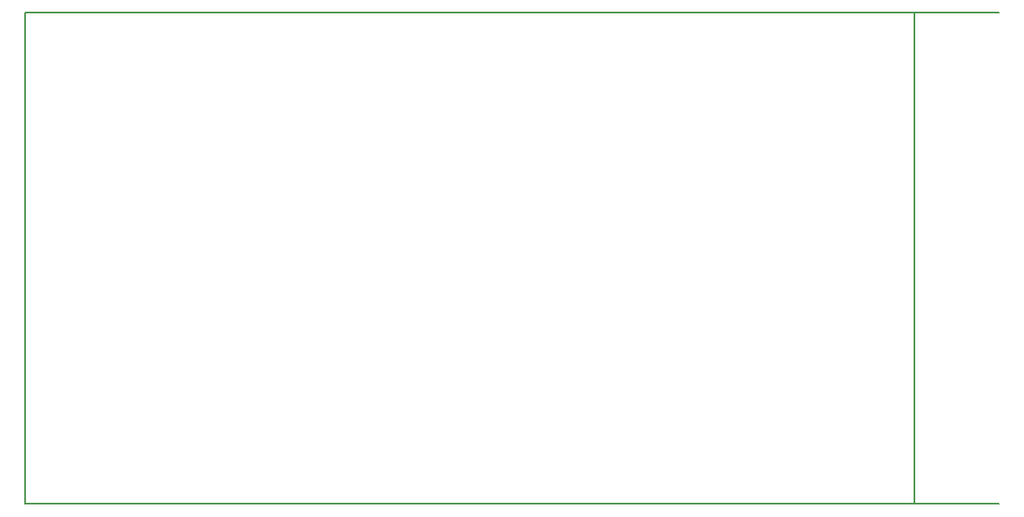
<source format=gm1>
G04 #@! TF.FileFunction,Profile,NP*
%FSLAX46Y46*%
G04 Gerber Fmt 4.6, Leading zero omitted, Abs format (unit mm)*
G04 Created by KiCad (PCBNEW 4.0.2-stable) date 29/11/2016 20:18:24*
%MOMM*%
G01*
G04 APERTURE LIST*
%ADD10C,0.100000*%
%ADD11C,0.150000*%
G04 APERTURE END LIST*
D10*
D11*
X24892000Y-143256000D02*
X24892000Y-93472000D01*
X123444000Y-143256000D02*
X24892000Y-143256000D01*
X114871500Y-93472000D02*
X114871500Y-143256000D01*
X24892000Y-93472000D02*
X123444000Y-93472000D01*
M02*

</source>
